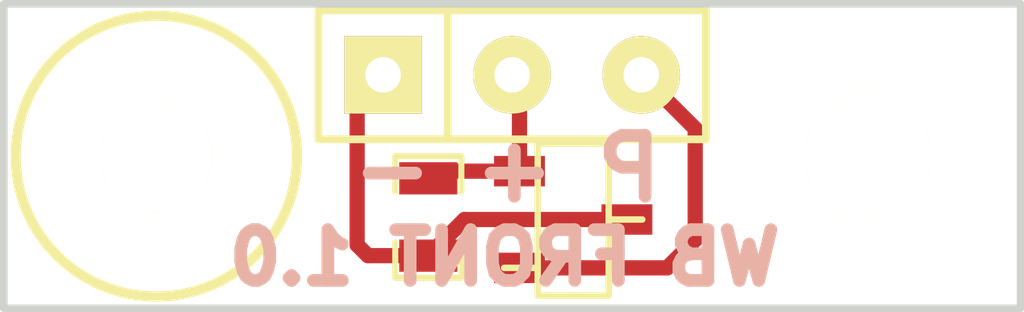
<source format=kicad_pcb>
(kicad_pcb (version 20171130) (host pcbnew 5.1.5+dfsg1-2build2)

  (general
    (thickness 1.6)
    (drawings 7)
    (tracks 14)
    (zones 0)
    (modules 4)
    (nets 1)
  )

  (page A3)
  (layers
    (0 F.Cu signal)
    (31 B.Cu signal)
    (32 B.Adhes user)
    (33 F.Adhes user)
    (34 B.Paste user)
    (35 F.Paste user)
    (36 B.SilkS user)
    (37 F.SilkS user)
    (38 B.Mask user)
    (39 F.Mask user)
    (40 Dwgs.User user)
    (41 Cmts.User user)
    (42 Eco1.User user)
    (43 Eco2.User user)
    (44 Edge.Cuts user)
  )

  (setup
    (last_trace_width 0.15)
    (user_trace_width 0.2)
    (user_trace_width 0.3)
    (user_trace_width 0.4)
    (user_trace_width 0.6)
    (user_trace_width 0.7)
    (user_trace_width 0.8)
    (user_trace_width 0.9)
    (user_trace_width 1)
    (trace_clearance 0.15)
    (zone_clearance 0.508)
    (zone_45_only no)
    (trace_min 0.1)
    (via_size 0.62)
    (via_drill 0.25)
    (via_min_size 0.6)
    (via_min_drill 0.2)
    (uvia_size 0.508)
    (uvia_drill 0.127)
    (uvias_allowed no)
    (uvia_min_size 0.508)
    (uvia_min_drill 0.127)
    (edge_width 0.15)
    (segment_width 0.2)
    (pcb_text_width 0.3)
    (pcb_text_size 1 1)
    (mod_edge_width 0.15)
    (mod_text_size 1 1)
    (mod_text_width 0.15)
    (pad_size 2.5 2.5)
    (pad_drill 2.5)
    (pad_to_mask_clearance 0)
    (aux_axis_origin 102 90)
    (visible_elements FFFFFF3F)
    (pcbplotparams
      (layerselection 0x010f8_ffffffff)
      (usegerberextensions false)
      (usegerberattributes false)
      (usegerberadvancedattributes false)
      (creategerberjobfile false)
      (excludeedgelayer false)
      (linewidth 0.150000)
      (plotframeref false)
      (viasonmask false)
      (mode 1)
      (useauxorigin true)
      (hpglpennumber 1)
      (hpglpenspeed 20)
      (hpglpendiameter 15.000000)
      (psnegative false)
      (psa4output false)
      (plotreference false)
      (plotvalue false)
      (plotinvisibletext false)
      (padsonsilk false)
      (subtractmaskfromsilk true)
      (outputformat 1)
      (mirror false)
      (drillshape 0)
      (scaleselection 1)
      (outputdirectory "./gerber/"))
  )

  (net 0 "")

  (net_class Default "Ceci est la Netclass par défaut"
    (clearance 0.15)
    (trace_width 0.15)
    (via_dia 0.62)
    (via_drill 0.25)
    (uvia_dia 0.508)
    (uvia_drill 0.127)
  )

  (module PCB_FRONT (layer F.Cu) (tedit 56E9804C) (tstamp 552E4AD8)
    (at 109 90)
    (fp_text reference PCB_FRONT (at 9.5 -3) (layer F.SilkS) hide
      (effects (font (size 1 1) (thickness 0.15)))
    )
    (fp_text value VAL** (at 7 -4.5) (layer F.SilkS) hide
      (effects (font (size 1 1) (thickness 0.15)))
    )
    (pad "" np_thru_hole circle (at 7 0) (size 2.5 2.5) (drill 2.5) (layers *.Cu *.Mask F.SilkS))
    (pad "" np_thru_hole circle (at -7 0) (size 2.2 2.2) (drill 2.2) (layers *.Cu *.Mask F.SilkS))
  )

  (module sot23 (layer F.Cu) (tedit 555DDD3F) (tstamp 55099B5A)
    (at 110.2 91.25 270)
    (descr SOT23)
    (attr smd)
    (fp_text reference M0 (at -0.45 -2.7 270) (layer F.SilkS) hide
      (effects (font (size 1 1) (thickness 0.15)))
    )
    (fp_text value Q*** (at 0 0.09906 270) (layer F.SilkS) hide
      (effects (font (size 0.50038 0.50038) (thickness 0.09906)))
    )
    (fp_line (start 0.9525 0.6985) (end 0.9525 1.3589) (layer F.SilkS) (width 0.127))
    (fp_line (start -0.9525 0.6985) (end -0.9525 1.3589) (layer F.SilkS) (width 0.127))
    (fp_line (start 0 -0.6985) (end 0 -1.3589) (layer F.SilkS) (width 0.127))
    (fp_line (start -1.4986 -0.6985) (end 1.4986 -0.6985) (layer F.SilkS) (width 0.127))
    (fp_line (start 1.4986 -0.6985) (end 1.4986 0.6985) (layer F.SilkS) (width 0.127))
    (fp_line (start 1.4986 0.6985) (end -1.4986 0.6985) (layer F.SilkS) (width 0.127))
    (fp_line (start -1.4986 0.6985) (end -1.4986 -0.6985) (layer F.SilkS) (width 0.127))
    (pad 1 smd rect (at -0.9525 1.05664 270) (size 0.59944 1.00076) (layers F.Cu F.Paste F.Mask))
    (pad 2 smd rect (at 0 -1.05664 270) (size 0.59944 1.00076) (layers F.Cu F.Paste F.Mask))
    (pad 3 smd rect (at 0.9525 1.05664 270) (size 0.59944 1.00076) (layers F.Cu F.Paste F.Mask))
    (model smd/smd_transistors/sot23.wrl
      (at (xyz 0 0 0))
      (scale (xyz 1 1 1))
      (rotate (xyz 0 0 0))
    )
  )

  (module PIN_ARRAY_3X1 (layer F.Cu) (tedit 56E9776B) (tstamp 552E51C0)
    (at 109 88.4)
    (descr "Connecteur 3 pins")
    (tags "CONN DEV")
    (fp_text reference PBLADE_3_TRAV (at 0.254 -2.159) (layer F.SilkS) hide
      (effects (font (size 1 1) (thickness 0.15)))
    )
    (fp_text value VAL** (at 0 -2.159) (layer F.SilkS) hide
      (effects (font (size 1.016 1.016) (thickness 0.1524)))
    )
    (fp_line (start -3.81 1.27) (end -3.81 -1.27) (layer F.SilkS) (width 0.1524))
    (fp_line (start -3.81 -1.27) (end 3.81 -1.27) (layer F.SilkS) (width 0.1524))
    (fp_line (start 3.81 -1.27) (end 3.81 1.27) (layer F.SilkS) (width 0.1524))
    (fp_line (start 3.81 1.27) (end -3.81 1.27) (layer F.SilkS) (width 0.1524))
    (fp_line (start -1.27 -1.27) (end -1.27 1.27) (layer F.SilkS) (width 0.1524))
    (pad 1 thru_hole rect (at -2.54 0) (size 1.524 1.524) (drill 0.7) (layers *.Cu *.Mask F.SilkS))
    (pad 2 thru_hole circle (at 0 0) (size 1.524 1.524) (drill 0.7) (layers *.Cu *.Mask F.SilkS))
    (pad 3 thru_hole circle (at 2.54 0) (size 1.524 1.524) (drill 0.7) (layers *.Cu *.Mask F.SilkS))
    (model pin_array/pins_array_3x1.wrl
      (at (xyz 0 0 0))
      (scale (xyz 1 1 1))
      (rotate (xyz 0 0 0))
    )
  )

  (module SM0603_Capa (layer F.Cu) (tedit 555DDD29) (tstamp 555DDE8B)
    (at 107.35 91.2 90)
    (attr smd)
    (fp_text reference C0 (at 0.3 -1.55 90) (layer F.SilkS) hide
      (effects (font (size 1 1) (thickness 0.15)))
    )
    (fp_text value C*** (at -1.651 0 180) (layer F.SilkS) hide
      (effects (font (size 0.508 0.4572) (thickness 0.1143)))
    )
    (fp_line (start 0.50038 0.65024) (end 1.19888 0.65024) (layer F.SilkS) (width 0.11938))
    (fp_line (start -0.50038 0.65024) (end -1.19888 0.65024) (layer F.SilkS) (width 0.11938))
    (fp_line (start 0.50038 -0.65024) (end 1.19888 -0.65024) (layer F.SilkS) (width 0.11938))
    (fp_line (start -1.19888 -0.65024) (end -0.50038 -0.65024) (layer F.SilkS) (width 0.11938))
    (fp_line (start 1.19888 -0.635) (end 1.19888 0.635) (layer F.SilkS) (width 0.11938))
    (fp_line (start -1.19888 0.635) (end -1.19888 -0.635) (layer F.SilkS) (width 0.11938))
    (pad 1 smd rect (at -0.762 0 90) (size 0.635 1.143) (layers F.Cu F.Paste F.Mask))
    (pad 2 smd rect (at 0.762 0 90) (size 0.635 1.143) (layers F.Cu F.Paste F.Mask))
    (model smd\capacitors\C0603.wrl
      (offset (xyz 0 0 0.02539999961853028))
      (scale (xyz 0.5 0.5 0.5))
      (rotate (xyz 0 0 0))
    )
  )

  (gr_text "P + -" (at 108.9 90.25) (layer B.SilkS)
    (effects (font (size 1.2 1.2) (thickness 0.25)) (justify mirror))
  )
  (gr_circle (center 102 90) (end 104.1 91.8) (layer F.SilkS) (width 0.2))
  (gr_text "WB FRONT 1.0" (at 108.85 92) (layer B.SilkS)
    (effects (font (size 1 1) (thickness 0.25)) (justify mirror))
  )
  (gr_line (start 119 87) (end 119 93) (angle 90) (layer Edge.Cuts) (width 0.15))
  (gr_line (start 99 87) (end 99 93) (angle 90) (layer Edge.Cuts) (width 0.15))
  (gr_line (start 99 93) (end 119 93) (angle 90) (layer Edge.Cuts) (width 0.15))
  (gr_line (start 99 87) (end 119 87) (angle 90) (layer Edge.Cuts) (width 0.15))

  (segment (start 107.35 91.962) (end 106.162 91.962) (width 0.3) (layer F.Cu) (net 0))
  (segment (start 105.95 88.91) (end 106.46 88.4) (width 0.3) (layer F.Cu) (net 0) (tstamp 555255E8))
  (segment (start 105.95 91.75) (end 105.95 88.91) (width 0.3) (layer F.Cu) (net 0) (tstamp 555255E7))
  (segment (start 106.162 91.962) (end 105.95 91.75) (width 0.3) (layer F.Cu) (net 0) (tstamp 555255E6))
  (segment (start 109.14336 90.2975) (end 107.4905 90.2975) (width 0.3) (layer F.Cu) (net 0))
  (segment (start 107.4905 90.2975) (end 107.35 90.438) (width 0.3) (layer F.Cu) (net 0) (tstamp 555255DF))
  (segment (start 111.25664 91.25) (end 108.062 91.25) (width 0.3) (layer F.Cu) (net 0))
  (segment (start 108.062 91.25) (end 107.35 91.962) (width 0.3) (layer F.Cu) (net 0) (tstamp 555255DB))
  (segment (start 109.14336 92.2025) (end 112.0475 92.2025) (width 0.3) (layer F.Cu) (net 0))
  (segment (start 112.6 89.46) (end 111.54 88.4) (width 0.3) (layer F.Cu) (net 0) (tstamp 555255D7))
  (segment (start 112.6 91.65) (end 112.6 89.46) (width 0.3) (layer F.Cu) (net 0) (tstamp 555255D6))
  (segment (start 112.0475 92.2025) (end 112.6 91.65) (width 0.3) (layer F.Cu) (net 0) (tstamp 555255D5))
  (segment (start 109.14336 90.2975) (end 109.14336 88.54336) (width 0.3) (layer F.Cu) (net 0))
  (segment (start 109.14336 88.54336) (end 109 88.4) (width 0.3) (layer F.Cu) (net 0) (tstamp 555255D0))

)

</source>
